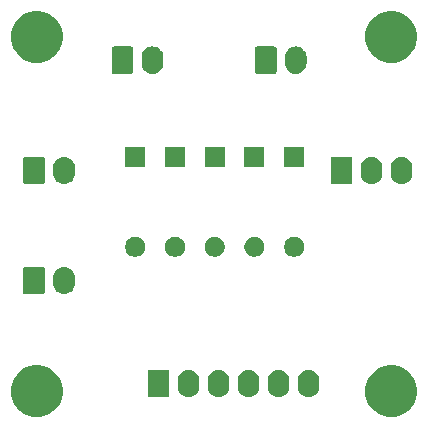
<source format=gbr>
G04 #@! TF.GenerationSoftware,KiCad,Pcbnew,(5.1.5-0-10_14)*
G04 #@! TF.CreationDate,2021-10-24T13:15:44+10:00*
G04 #@! TF.ProjectId,OH - Left Console - Ejection Seat,4f48202d-204c-4656-9674-20436f6e736f,rev?*
G04 #@! TF.SameCoordinates,Original*
G04 #@! TF.FileFunction,Soldermask,Top*
G04 #@! TF.FilePolarity,Negative*
%FSLAX46Y46*%
G04 Gerber Fmt 4.6, Leading zero omitted, Abs format (unit mm)*
G04 Created by KiCad (PCBNEW (5.1.5-0-10_14)) date 2021-10-24 13:15:44*
%MOMM*%
%LPD*%
G04 APERTURE LIST*
%ADD10C,0.100000*%
G04 APERTURE END LIST*
D10*
G36*
X86001507Y-115391582D02*
G01*
X86402063Y-115557498D01*
X86402065Y-115557499D01*
X86762556Y-115798371D01*
X87069129Y-116104944D01*
X87285959Y-116429454D01*
X87310002Y-116465437D01*
X87475918Y-116865993D01*
X87560500Y-117291219D01*
X87560500Y-117724781D01*
X87475918Y-118150007D01*
X87310002Y-118550563D01*
X87310001Y-118550565D01*
X87069129Y-118911056D01*
X86762556Y-119217629D01*
X86402065Y-119458501D01*
X86402064Y-119458502D01*
X86402063Y-119458502D01*
X86001507Y-119624418D01*
X85576281Y-119709000D01*
X85142719Y-119709000D01*
X84717493Y-119624418D01*
X84316937Y-119458502D01*
X84316936Y-119458502D01*
X84316935Y-119458501D01*
X83956444Y-119217629D01*
X83649871Y-118911056D01*
X83408999Y-118550565D01*
X83408998Y-118550563D01*
X83243082Y-118150007D01*
X83158500Y-117724781D01*
X83158500Y-117291219D01*
X83243082Y-116865993D01*
X83408998Y-116465437D01*
X83433041Y-116429454D01*
X83649871Y-116104944D01*
X83956444Y-115798371D01*
X84316935Y-115557499D01*
X84316937Y-115557498D01*
X84717493Y-115391582D01*
X85142719Y-115307000D01*
X85576281Y-115307000D01*
X86001507Y-115391582D01*
G37*
G36*
X56001507Y-115391582D02*
G01*
X56402063Y-115557498D01*
X56402065Y-115557499D01*
X56762556Y-115798371D01*
X57069129Y-116104944D01*
X57285959Y-116429454D01*
X57310002Y-116465437D01*
X57475918Y-116865993D01*
X57560500Y-117291219D01*
X57560500Y-117724781D01*
X57475918Y-118150007D01*
X57310002Y-118550563D01*
X57310001Y-118550565D01*
X57069129Y-118911056D01*
X56762556Y-119217629D01*
X56402065Y-119458501D01*
X56402064Y-119458502D01*
X56402063Y-119458502D01*
X56001507Y-119624418D01*
X55576281Y-119709000D01*
X55142719Y-119709000D01*
X54717493Y-119624418D01*
X54316937Y-119458502D01*
X54316936Y-119458502D01*
X54316935Y-119458501D01*
X53956444Y-119217629D01*
X53649871Y-118911056D01*
X53408999Y-118550565D01*
X53408998Y-118550563D01*
X53243082Y-118150007D01*
X53158500Y-117724781D01*
X53158500Y-117291219D01*
X53243082Y-116865993D01*
X53408998Y-116465437D01*
X53433041Y-116429454D01*
X53649871Y-116104944D01*
X53956444Y-115798371D01*
X54316935Y-115557499D01*
X54316937Y-115557498D01*
X54717493Y-115391582D01*
X55142719Y-115307000D01*
X55576281Y-115307000D01*
X56001507Y-115391582D01*
G37*
G36*
X73459547Y-115702326D02*
G01*
X73633156Y-115754990D01*
X73633158Y-115754991D01*
X73793155Y-115840511D01*
X73933397Y-115955603D01*
X74012729Y-116052271D01*
X74048489Y-116095844D01*
X74134010Y-116255843D01*
X74186674Y-116429452D01*
X74200000Y-116564756D01*
X74200000Y-117115243D01*
X74186674Y-117250548D01*
X74134010Y-117424157D01*
X74048489Y-117584156D01*
X74012729Y-117627729D01*
X73933397Y-117724397D01*
X73836729Y-117803729D01*
X73793156Y-117839489D01*
X73633157Y-117925010D01*
X73459548Y-117977674D01*
X73279000Y-117995456D01*
X73098453Y-117977674D01*
X72924844Y-117925010D01*
X72764845Y-117839489D01*
X72721272Y-117803729D01*
X72624604Y-117724397D01*
X72509513Y-117584157D01*
X72509512Y-117584155D01*
X72423990Y-117424157D01*
X72371326Y-117250548D01*
X72358000Y-117115244D01*
X72358000Y-116564757D01*
X72371326Y-116429453D01*
X72423990Y-116255844D01*
X72509511Y-116095845D01*
X72509512Y-116095844D01*
X72624603Y-115955603D01*
X72750388Y-115852375D01*
X72764844Y-115840511D01*
X72924843Y-115754990D01*
X73098452Y-115702326D01*
X73279000Y-115684544D01*
X73459547Y-115702326D01*
G37*
G36*
X75999547Y-115702326D02*
G01*
X76173156Y-115754990D01*
X76173158Y-115754991D01*
X76333155Y-115840511D01*
X76473397Y-115955603D01*
X76552729Y-116052271D01*
X76588489Y-116095844D01*
X76674010Y-116255843D01*
X76726674Y-116429452D01*
X76740000Y-116564756D01*
X76740000Y-117115243D01*
X76726674Y-117250548D01*
X76674010Y-117424157D01*
X76588489Y-117584156D01*
X76552729Y-117627729D01*
X76473397Y-117724397D01*
X76376729Y-117803729D01*
X76333156Y-117839489D01*
X76173157Y-117925010D01*
X75999548Y-117977674D01*
X75819000Y-117995456D01*
X75638453Y-117977674D01*
X75464844Y-117925010D01*
X75304845Y-117839489D01*
X75261272Y-117803729D01*
X75164604Y-117724397D01*
X75049513Y-117584157D01*
X75049512Y-117584155D01*
X74963990Y-117424157D01*
X74911326Y-117250548D01*
X74898000Y-117115244D01*
X74898000Y-116564757D01*
X74911326Y-116429453D01*
X74963990Y-116255844D01*
X75049511Y-116095845D01*
X75049512Y-116095844D01*
X75164603Y-115955603D01*
X75290388Y-115852375D01*
X75304844Y-115840511D01*
X75464843Y-115754990D01*
X75638452Y-115702326D01*
X75819000Y-115684544D01*
X75999547Y-115702326D01*
G37*
G36*
X78539547Y-115702326D02*
G01*
X78713156Y-115754990D01*
X78713158Y-115754991D01*
X78873155Y-115840511D01*
X79013397Y-115955603D01*
X79092729Y-116052271D01*
X79128489Y-116095844D01*
X79214010Y-116255843D01*
X79266674Y-116429452D01*
X79280000Y-116564756D01*
X79280000Y-117115243D01*
X79266674Y-117250548D01*
X79214010Y-117424157D01*
X79128489Y-117584156D01*
X79092729Y-117627729D01*
X79013397Y-117724397D01*
X78916729Y-117803729D01*
X78873156Y-117839489D01*
X78713157Y-117925010D01*
X78539548Y-117977674D01*
X78359000Y-117995456D01*
X78178453Y-117977674D01*
X78004844Y-117925010D01*
X77844845Y-117839489D01*
X77801272Y-117803729D01*
X77704604Y-117724397D01*
X77589513Y-117584157D01*
X77589512Y-117584155D01*
X77503990Y-117424157D01*
X77451326Y-117250548D01*
X77438000Y-117115244D01*
X77438000Y-116564757D01*
X77451326Y-116429453D01*
X77503990Y-116255844D01*
X77589511Y-116095845D01*
X77589512Y-116095844D01*
X77704603Y-115955603D01*
X77830388Y-115852375D01*
X77844844Y-115840511D01*
X78004843Y-115754990D01*
X78178452Y-115702326D01*
X78359000Y-115684544D01*
X78539547Y-115702326D01*
G37*
G36*
X68379547Y-115702326D02*
G01*
X68553156Y-115754990D01*
X68553158Y-115754991D01*
X68713155Y-115840511D01*
X68853397Y-115955603D01*
X68932729Y-116052271D01*
X68968489Y-116095844D01*
X69054010Y-116255843D01*
X69106674Y-116429452D01*
X69120000Y-116564756D01*
X69120000Y-117115243D01*
X69106674Y-117250548D01*
X69054010Y-117424157D01*
X68968489Y-117584156D01*
X68932729Y-117627729D01*
X68853397Y-117724397D01*
X68756729Y-117803729D01*
X68713156Y-117839489D01*
X68553157Y-117925010D01*
X68379548Y-117977674D01*
X68199000Y-117995456D01*
X68018453Y-117977674D01*
X67844844Y-117925010D01*
X67684845Y-117839489D01*
X67641272Y-117803729D01*
X67544604Y-117724397D01*
X67429513Y-117584157D01*
X67429512Y-117584155D01*
X67343990Y-117424157D01*
X67291326Y-117250548D01*
X67278000Y-117115244D01*
X67278000Y-116564757D01*
X67291326Y-116429453D01*
X67343990Y-116255844D01*
X67429511Y-116095845D01*
X67429512Y-116095844D01*
X67544603Y-115955603D01*
X67670388Y-115852375D01*
X67684844Y-115840511D01*
X67844843Y-115754990D01*
X68018452Y-115702326D01*
X68199000Y-115684544D01*
X68379547Y-115702326D01*
G37*
G36*
X70919547Y-115702326D02*
G01*
X71093156Y-115754990D01*
X71093158Y-115754991D01*
X71253155Y-115840511D01*
X71393397Y-115955603D01*
X71472729Y-116052271D01*
X71508489Y-116095844D01*
X71594010Y-116255843D01*
X71646674Y-116429452D01*
X71660000Y-116564756D01*
X71660000Y-117115243D01*
X71646674Y-117250548D01*
X71594010Y-117424157D01*
X71508489Y-117584156D01*
X71472729Y-117627729D01*
X71393397Y-117724397D01*
X71296729Y-117803729D01*
X71253156Y-117839489D01*
X71093157Y-117925010D01*
X70919548Y-117977674D01*
X70739000Y-117995456D01*
X70558453Y-117977674D01*
X70384844Y-117925010D01*
X70224845Y-117839489D01*
X70181272Y-117803729D01*
X70084604Y-117724397D01*
X69969513Y-117584157D01*
X69969512Y-117584155D01*
X69883990Y-117424157D01*
X69831326Y-117250548D01*
X69818000Y-117115244D01*
X69818000Y-116564757D01*
X69831326Y-116429453D01*
X69883990Y-116255844D01*
X69969511Y-116095845D01*
X69969512Y-116095844D01*
X70084603Y-115955603D01*
X70210388Y-115852375D01*
X70224844Y-115840511D01*
X70384843Y-115754990D01*
X70558452Y-115702326D01*
X70739000Y-115684544D01*
X70919547Y-115702326D01*
G37*
G36*
X66438561Y-115692966D02*
G01*
X66471383Y-115702923D01*
X66501632Y-115719092D01*
X66528148Y-115740852D01*
X66549908Y-115767368D01*
X66566077Y-115797617D01*
X66576034Y-115830439D01*
X66580000Y-115870713D01*
X66580000Y-117809287D01*
X66576034Y-117849561D01*
X66566077Y-117882383D01*
X66549908Y-117912632D01*
X66528148Y-117939148D01*
X66501632Y-117960908D01*
X66471383Y-117977077D01*
X66438561Y-117987034D01*
X66398287Y-117991000D01*
X64919713Y-117991000D01*
X64879439Y-117987034D01*
X64846617Y-117977077D01*
X64816368Y-117960908D01*
X64789852Y-117939148D01*
X64768092Y-117912632D01*
X64751923Y-117882383D01*
X64741966Y-117849561D01*
X64738000Y-117809287D01*
X64738000Y-115870713D01*
X64741966Y-115830439D01*
X64751923Y-115797617D01*
X64768092Y-115767368D01*
X64789852Y-115740852D01*
X64816368Y-115719092D01*
X64846617Y-115702923D01*
X64879439Y-115692966D01*
X64919713Y-115689000D01*
X66398287Y-115689000D01*
X66438561Y-115692966D01*
G37*
G36*
X57838547Y-107002326D02*
G01*
X58012156Y-107054990D01*
X58012158Y-107054991D01*
X58172155Y-107140511D01*
X58312397Y-107255603D01*
X58391729Y-107352271D01*
X58427489Y-107395844D01*
X58513010Y-107555843D01*
X58565674Y-107729452D01*
X58579000Y-107864756D01*
X58579000Y-108415243D01*
X58565674Y-108550548D01*
X58513010Y-108724157D01*
X58427489Y-108884156D01*
X58391729Y-108927729D01*
X58312397Y-109024397D01*
X58215729Y-109103729D01*
X58172156Y-109139489D01*
X58012157Y-109225010D01*
X57838548Y-109277674D01*
X57658000Y-109295456D01*
X57477453Y-109277674D01*
X57303844Y-109225010D01*
X57143845Y-109139489D01*
X57100272Y-109103729D01*
X57003604Y-109024397D01*
X56888513Y-108884157D01*
X56888512Y-108884155D01*
X56802990Y-108724157D01*
X56750326Y-108550548D01*
X56737000Y-108415244D01*
X56737000Y-107864757D01*
X56750326Y-107729453D01*
X56802990Y-107555844D01*
X56888511Y-107395845D01*
X56888512Y-107395844D01*
X57003603Y-107255603D01*
X57129388Y-107152375D01*
X57143844Y-107140511D01*
X57303843Y-107054990D01*
X57477452Y-107002326D01*
X57658000Y-106984544D01*
X57838547Y-107002326D01*
G37*
G36*
X55897561Y-106992966D02*
G01*
X55930383Y-107002923D01*
X55960632Y-107019092D01*
X55987148Y-107040852D01*
X56008908Y-107067368D01*
X56025077Y-107097617D01*
X56035034Y-107130439D01*
X56039000Y-107170713D01*
X56039000Y-109109287D01*
X56035034Y-109149561D01*
X56025077Y-109182383D01*
X56008908Y-109212632D01*
X55987148Y-109239148D01*
X55960632Y-109260908D01*
X55930383Y-109277077D01*
X55897561Y-109287034D01*
X55857287Y-109291000D01*
X54378713Y-109291000D01*
X54338439Y-109287034D01*
X54305617Y-109277077D01*
X54275368Y-109260908D01*
X54248852Y-109239148D01*
X54227092Y-109212632D01*
X54210923Y-109182383D01*
X54200966Y-109149561D01*
X54197000Y-109109287D01*
X54197000Y-107170713D01*
X54200966Y-107130439D01*
X54210923Y-107097617D01*
X54227092Y-107067368D01*
X54248852Y-107040852D01*
X54275368Y-107019092D01*
X54305617Y-107002923D01*
X54338439Y-106992966D01*
X54378713Y-106989000D01*
X55857287Y-106989000D01*
X55897561Y-106992966D01*
G37*
G36*
X63938728Y-104464703D02*
G01*
X64093600Y-104528853D01*
X64232981Y-104621985D01*
X64351515Y-104740519D01*
X64444647Y-104879900D01*
X64508797Y-105034772D01*
X64541500Y-105199184D01*
X64541500Y-105366816D01*
X64508797Y-105531228D01*
X64444647Y-105686100D01*
X64351515Y-105825481D01*
X64232981Y-105944015D01*
X64093600Y-106037147D01*
X63938728Y-106101297D01*
X63774316Y-106134000D01*
X63606684Y-106134000D01*
X63442272Y-106101297D01*
X63287400Y-106037147D01*
X63148019Y-105944015D01*
X63029485Y-105825481D01*
X62936353Y-105686100D01*
X62872203Y-105531228D01*
X62839500Y-105366816D01*
X62839500Y-105199184D01*
X62872203Y-105034772D01*
X62936353Y-104879900D01*
X63029485Y-104740519D01*
X63148019Y-104621985D01*
X63287400Y-104528853D01*
X63442272Y-104464703D01*
X63606684Y-104432000D01*
X63774316Y-104432000D01*
X63938728Y-104464703D01*
G37*
G36*
X77400728Y-104464703D02*
G01*
X77555600Y-104528853D01*
X77694981Y-104621985D01*
X77813515Y-104740519D01*
X77906647Y-104879900D01*
X77970797Y-105034772D01*
X78003500Y-105199184D01*
X78003500Y-105366816D01*
X77970797Y-105531228D01*
X77906647Y-105686100D01*
X77813515Y-105825481D01*
X77694981Y-105944015D01*
X77555600Y-106037147D01*
X77400728Y-106101297D01*
X77236316Y-106134000D01*
X77068684Y-106134000D01*
X76904272Y-106101297D01*
X76749400Y-106037147D01*
X76610019Y-105944015D01*
X76491485Y-105825481D01*
X76398353Y-105686100D01*
X76334203Y-105531228D01*
X76301500Y-105366816D01*
X76301500Y-105199184D01*
X76334203Y-105034772D01*
X76398353Y-104879900D01*
X76491485Y-104740519D01*
X76610019Y-104621985D01*
X76749400Y-104528853D01*
X76904272Y-104464703D01*
X77068684Y-104432000D01*
X77236316Y-104432000D01*
X77400728Y-104464703D01*
G37*
G36*
X70669728Y-104464703D02*
G01*
X70824600Y-104528853D01*
X70963981Y-104621985D01*
X71082515Y-104740519D01*
X71175647Y-104879900D01*
X71239797Y-105034772D01*
X71272500Y-105199184D01*
X71272500Y-105366816D01*
X71239797Y-105531228D01*
X71175647Y-105686100D01*
X71082515Y-105825481D01*
X70963981Y-105944015D01*
X70824600Y-106037147D01*
X70669728Y-106101297D01*
X70505316Y-106134000D01*
X70337684Y-106134000D01*
X70173272Y-106101297D01*
X70018400Y-106037147D01*
X69879019Y-105944015D01*
X69760485Y-105825481D01*
X69667353Y-105686100D01*
X69603203Y-105531228D01*
X69570500Y-105366816D01*
X69570500Y-105199184D01*
X69603203Y-105034772D01*
X69667353Y-104879900D01*
X69760485Y-104740519D01*
X69879019Y-104621985D01*
X70018400Y-104528853D01*
X70173272Y-104464703D01*
X70337684Y-104432000D01*
X70505316Y-104432000D01*
X70669728Y-104464703D01*
G37*
G36*
X67304228Y-104464703D02*
G01*
X67459100Y-104528853D01*
X67598481Y-104621985D01*
X67717015Y-104740519D01*
X67810147Y-104879900D01*
X67874297Y-105034772D01*
X67907000Y-105199184D01*
X67907000Y-105366816D01*
X67874297Y-105531228D01*
X67810147Y-105686100D01*
X67717015Y-105825481D01*
X67598481Y-105944015D01*
X67459100Y-106037147D01*
X67304228Y-106101297D01*
X67139816Y-106134000D01*
X66972184Y-106134000D01*
X66807772Y-106101297D01*
X66652900Y-106037147D01*
X66513519Y-105944015D01*
X66394985Y-105825481D01*
X66301853Y-105686100D01*
X66237703Y-105531228D01*
X66205000Y-105366816D01*
X66205000Y-105199184D01*
X66237703Y-105034772D01*
X66301853Y-104879900D01*
X66394985Y-104740519D01*
X66513519Y-104621985D01*
X66652900Y-104528853D01*
X66807772Y-104464703D01*
X66972184Y-104432000D01*
X67139816Y-104432000D01*
X67304228Y-104464703D01*
G37*
G36*
X74035228Y-104464703D02*
G01*
X74190100Y-104528853D01*
X74329481Y-104621985D01*
X74448015Y-104740519D01*
X74541147Y-104879900D01*
X74605297Y-105034772D01*
X74638000Y-105199184D01*
X74638000Y-105366816D01*
X74605297Y-105531228D01*
X74541147Y-105686100D01*
X74448015Y-105825481D01*
X74329481Y-105944015D01*
X74190100Y-106037147D01*
X74035228Y-106101297D01*
X73870816Y-106134000D01*
X73703184Y-106134000D01*
X73538772Y-106101297D01*
X73383900Y-106037147D01*
X73244519Y-105944015D01*
X73125985Y-105825481D01*
X73032853Y-105686100D01*
X72968703Y-105531228D01*
X72936000Y-105366816D01*
X72936000Y-105199184D01*
X72968703Y-105034772D01*
X73032853Y-104879900D01*
X73125985Y-104740519D01*
X73244519Y-104621985D01*
X73383900Y-104528853D01*
X73538772Y-104464703D01*
X73703184Y-104432000D01*
X73870816Y-104432000D01*
X74035228Y-104464703D01*
G37*
G36*
X57838547Y-97668326D02*
G01*
X58012156Y-97720990D01*
X58012158Y-97720991D01*
X58172155Y-97806511D01*
X58312397Y-97921603D01*
X58391729Y-98018271D01*
X58427489Y-98061844D01*
X58513010Y-98221843D01*
X58565674Y-98395452D01*
X58579000Y-98530756D01*
X58579000Y-99081243D01*
X58565674Y-99216548D01*
X58513010Y-99390157D01*
X58427489Y-99550156D01*
X58391729Y-99593729D01*
X58312397Y-99690397D01*
X58215729Y-99769729D01*
X58172156Y-99805489D01*
X58012157Y-99891010D01*
X57838548Y-99943674D01*
X57658000Y-99961456D01*
X57477453Y-99943674D01*
X57303844Y-99891010D01*
X57143845Y-99805489D01*
X57100272Y-99769729D01*
X57003604Y-99690397D01*
X56888513Y-99550157D01*
X56888512Y-99550155D01*
X56802990Y-99390157D01*
X56750326Y-99216548D01*
X56737000Y-99081244D01*
X56737000Y-98530757D01*
X56750326Y-98395453D01*
X56802990Y-98221844D01*
X56888511Y-98061845D01*
X56888512Y-98061844D01*
X57003603Y-97921603D01*
X57129388Y-97818375D01*
X57143844Y-97806511D01*
X57303843Y-97720990D01*
X57477452Y-97668326D01*
X57658000Y-97650544D01*
X57838547Y-97668326D01*
G37*
G36*
X83873547Y-97668326D02*
G01*
X84047156Y-97720990D01*
X84047158Y-97720991D01*
X84207155Y-97806511D01*
X84347397Y-97921603D01*
X84426729Y-98018271D01*
X84462489Y-98061844D01*
X84548010Y-98221843D01*
X84600674Y-98395452D01*
X84614000Y-98530756D01*
X84614000Y-99081243D01*
X84600674Y-99216548D01*
X84548010Y-99390157D01*
X84462489Y-99550156D01*
X84426729Y-99593729D01*
X84347397Y-99690397D01*
X84250729Y-99769729D01*
X84207156Y-99805489D01*
X84047157Y-99891010D01*
X83873548Y-99943674D01*
X83693000Y-99961456D01*
X83512453Y-99943674D01*
X83338844Y-99891010D01*
X83178845Y-99805489D01*
X83135272Y-99769729D01*
X83038604Y-99690397D01*
X82923513Y-99550157D01*
X82923512Y-99550155D01*
X82837990Y-99390157D01*
X82785326Y-99216548D01*
X82772000Y-99081244D01*
X82772000Y-98530757D01*
X82785326Y-98395453D01*
X82837990Y-98221844D01*
X82923511Y-98061845D01*
X82923512Y-98061844D01*
X83038603Y-97921603D01*
X83164388Y-97818375D01*
X83178844Y-97806511D01*
X83338843Y-97720990D01*
X83512452Y-97668326D01*
X83693000Y-97650544D01*
X83873547Y-97668326D01*
G37*
G36*
X86413547Y-97668326D02*
G01*
X86587156Y-97720990D01*
X86587158Y-97720991D01*
X86747155Y-97806511D01*
X86887397Y-97921603D01*
X86966729Y-98018271D01*
X87002489Y-98061844D01*
X87088010Y-98221843D01*
X87140674Y-98395452D01*
X87154000Y-98530756D01*
X87154000Y-99081243D01*
X87140674Y-99216548D01*
X87088010Y-99390157D01*
X87002489Y-99550156D01*
X86966729Y-99593729D01*
X86887397Y-99690397D01*
X86790729Y-99769729D01*
X86747156Y-99805489D01*
X86587157Y-99891010D01*
X86413548Y-99943674D01*
X86233000Y-99961456D01*
X86052453Y-99943674D01*
X85878844Y-99891010D01*
X85718845Y-99805489D01*
X85675272Y-99769729D01*
X85578604Y-99690397D01*
X85463513Y-99550157D01*
X85463512Y-99550155D01*
X85377990Y-99390157D01*
X85325326Y-99216548D01*
X85312000Y-99081244D01*
X85312000Y-98530757D01*
X85325326Y-98395453D01*
X85377990Y-98221844D01*
X85463511Y-98061845D01*
X85463512Y-98061844D01*
X85578603Y-97921603D01*
X85704388Y-97818375D01*
X85718844Y-97806511D01*
X85878843Y-97720990D01*
X86052452Y-97668326D01*
X86233000Y-97650544D01*
X86413547Y-97668326D01*
G37*
G36*
X81932561Y-97658966D02*
G01*
X81965383Y-97668923D01*
X81995632Y-97685092D01*
X82022148Y-97706852D01*
X82043908Y-97733368D01*
X82060077Y-97763617D01*
X82070034Y-97796439D01*
X82074000Y-97836713D01*
X82074000Y-99775287D01*
X82070034Y-99815561D01*
X82060077Y-99848383D01*
X82043908Y-99878632D01*
X82022148Y-99905148D01*
X81995632Y-99926908D01*
X81965383Y-99943077D01*
X81932561Y-99953034D01*
X81892287Y-99957000D01*
X80413713Y-99957000D01*
X80373439Y-99953034D01*
X80340617Y-99943077D01*
X80310368Y-99926908D01*
X80283852Y-99905148D01*
X80262092Y-99878632D01*
X80245923Y-99848383D01*
X80235966Y-99815561D01*
X80232000Y-99775287D01*
X80232000Y-97836713D01*
X80235966Y-97796439D01*
X80245923Y-97763617D01*
X80262092Y-97733368D01*
X80283852Y-97706852D01*
X80310368Y-97685092D01*
X80340617Y-97668923D01*
X80373439Y-97658966D01*
X80413713Y-97655000D01*
X81892287Y-97655000D01*
X81932561Y-97658966D01*
G37*
G36*
X55897561Y-97658966D02*
G01*
X55930383Y-97668923D01*
X55960632Y-97685092D01*
X55987148Y-97706852D01*
X56008908Y-97733368D01*
X56025077Y-97763617D01*
X56035034Y-97796439D01*
X56039000Y-97836713D01*
X56039000Y-99775287D01*
X56035034Y-99815561D01*
X56025077Y-99848383D01*
X56008908Y-99878632D01*
X55987148Y-99905148D01*
X55960632Y-99926908D01*
X55930383Y-99943077D01*
X55897561Y-99953034D01*
X55857287Y-99957000D01*
X54378713Y-99957000D01*
X54338439Y-99953034D01*
X54305617Y-99943077D01*
X54275368Y-99926908D01*
X54248852Y-99905148D01*
X54227092Y-99878632D01*
X54210923Y-99848383D01*
X54200966Y-99815561D01*
X54197000Y-99775287D01*
X54197000Y-97836713D01*
X54200966Y-97796439D01*
X54210923Y-97763617D01*
X54227092Y-97733368D01*
X54248852Y-97706852D01*
X54275368Y-97685092D01*
X54305617Y-97668923D01*
X54338439Y-97658966D01*
X54378713Y-97655000D01*
X55857287Y-97655000D01*
X55897561Y-97658966D01*
G37*
G36*
X64541500Y-98514000D02*
G01*
X62839500Y-98514000D01*
X62839500Y-96812000D01*
X64541500Y-96812000D01*
X64541500Y-98514000D01*
G37*
G36*
X74638000Y-98514000D02*
G01*
X72936000Y-98514000D01*
X72936000Y-96812000D01*
X74638000Y-96812000D01*
X74638000Y-98514000D01*
G37*
G36*
X67907000Y-98514000D02*
G01*
X66205000Y-98514000D01*
X66205000Y-96812000D01*
X67907000Y-96812000D01*
X67907000Y-98514000D01*
G37*
G36*
X71272500Y-98514000D02*
G01*
X69570500Y-98514000D01*
X69570500Y-96812000D01*
X71272500Y-96812000D01*
X71272500Y-98514000D01*
G37*
G36*
X78003500Y-98514000D02*
G01*
X76301500Y-98514000D01*
X76301500Y-96812000D01*
X78003500Y-96812000D01*
X78003500Y-98514000D01*
G37*
G36*
X65331547Y-88333826D02*
G01*
X65505156Y-88386490D01*
X65505158Y-88386491D01*
X65665155Y-88472011D01*
X65805397Y-88587103D01*
X65884729Y-88683771D01*
X65920489Y-88727344D01*
X66006010Y-88887343D01*
X66058674Y-89060952D01*
X66072000Y-89196256D01*
X66072000Y-89746743D01*
X66058674Y-89882048D01*
X66006010Y-90055657D01*
X65920489Y-90215656D01*
X65884729Y-90259229D01*
X65805397Y-90355897D01*
X65708729Y-90435229D01*
X65665156Y-90470989D01*
X65505157Y-90556510D01*
X65331548Y-90609174D01*
X65151000Y-90626956D01*
X64970453Y-90609174D01*
X64796844Y-90556510D01*
X64636845Y-90470989D01*
X64593272Y-90435229D01*
X64496604Y-90355897D01*
X64381513Y-90215657D01*
X64381512Y-90215655D01*
X64295990Y-90055657D01*
X64243326Y-89882048D01*
X64230000Y-89746744D01*
X64230000Y-89196257D01*
X64243326Y-89060953D01*
X64295990Y-88887344D01*
X64381511Y-88727345D01*
X64381512Y-88727344D01*
X64496603Y-88587103D01*
X64622388Y-88483875D01*
X64636844Y-88472011D01*
X64796843Y-88386490D01*
X64970452Y-88333826D01*
X65151000Y-88316044D01*
X65331547Y-88333826D01*
G37*
G36*
X77460047Y-88333826D02*
G01*
X77633656Y-88386490D01*
X77633658Y-88386491D01*
X77793655Y-88472011D01*
X77933897Y-88587103D01*
X78013229Y-88683771D01*
X78048989Y-88727344D01*
X78134510Y-88887343D01*
X78187174Y-89060952D01*
X78200500Y-89196256D01*
X78200500Y-89746743D01*
X78187174Y-89882048D01*
X78134510Y-90055657D01*
X78048989Y-90215656D01*
X78013229Y-90259229D01*
X77933897Y-90355897D01*
X77837229Y-90435229D01*
X77793656Y-90470989D01*
X77633657Y-90556510D01*
X77460048Y-90609174D01*
X77279500Y-90626956D01*
X77098953Y-90609174D01*
X76925344Y-90556510D01*
X76765345Y-90470989D01*
X76721772Y-90435229D01*
X76625104Y-90355897D01*
X76510013Y-90215657D01*
X76510012Y-90215655D01*
X76424490Y-90055657D01*
X76371826Y-89882048D01*
X76358500Y-89746744D01*
X76358500Y-89196257D01*
X76371826Y-89060953D01*
X76424490Y-88887344D01*
X76510011Y-88727345D01*
X76510012Y-88727344D01*
X76625103Y-88587103D01*
X76750888Y-88483875D01*
X76765344Y-88472011D01*
X76925343Y-88386490D01*
X77098952Y-88333826D01*
X77279500Y-88316044D01*
X77460047Y-88333826D01*
G37*
G36*
X75519061Y-88324466D02*
G01*
X75551883Y-88334423D01*
X75582132Y-88350592D01*
X75608648Y-88372352D01*
X75630408Y-88398868D01*
X75646577Y-88429117D01*
X75656534Y-88461939D01*
X75660500Y-88502213D01*
X75660500Y-90440787D01*
X75656534Y-90481061D01*
X75646577Y-90513883D01*
X75630408Y-90544132D01*
X75608648Y-90570648D01*
X75582132Y-90592408D01*
X75551883Y-90608577D01*
X75519061Y-90618534D01*
X75478787Y-90622500D01*
X74000213Y-90622500D01*
X73959939Y-90618534D01*
X73927117Y-90608577D01*
X73896868Y-90592408D01*
X73870352Y-90570648D01*
X73848592Y-90544132D01*
X73832423Y-90513883D01*
X73822466Y-90481061D01*
X73818500Y-90440787D01*
X73818500Y-88502213D01*
X73822466Y-88461939D01*
X73832423Y-88429117D01*
X73848592Y-88398868D01*
X73870352Y-88372352D01*
X73896868Y-88350592D01*
X73927117Y-88334423D01*
X73959939Y-88324466D01*
X74000213Y-88320500D01*
X75478787Y-88320500D01*
X75519061Y-88324466D01*
G37*
G36*
X63390561Y-88324466D02*
G01*
X63423383Y-88334423D01*
X63453632Y-88350592D01*
X63480148Y-88372352D01*
X63501908Y-88398868D01*
X63518077Y-88429117D01*
X63528034Y-88461939D01*
X63532000Y-88502213D01*
X63532000Y-90440787D01*
X63528034Y-90481061D01*
X63518077Y-90513883D01*
X63501908Y-90544132D01*
X63480148Y-90570648D01*
X63453632Y-90592408D01*
X63423383Y-90608577D01*
X63390561Y-90618534D01*
X63350287Y-90622500D01*
X61871713Y-90622500D01*
X61831439Y-90618534D01*
X61798617Y-90608577D01*
X61768368Y-90592408D01*
X61741852Y-90570648D01*
X61720092Y-90544132D01*
X61703923Y-90513883D01*
X61693966Y-90481061D01*
X61690000Y-90440787D01*
X61690000Y-88502213D01*
X61693966Y-88461939D01*
X61703923Y-88429117D01*
X61720092Y-88398868D01*
X61741852Y-88372352D01*
X61768368Y-88350592D01*
X61798617Y-88334423D01*
X61831439Y-88324466D01*
X61871713Y-88320500D01*
X63350287Y-88320500D01*
X63390561Y-88324466D01*
G37*
G36*
X56001507Y-85392082D02*
G01*
X56402063Y-85557998D01*
X56402065Y-85557999D01*
X56762556Y-85798871D01*
X57069129Y-86105444D01*
X57310001Y-86465935D01*
X57310002Y-86465937D01*
X57475918Y-86866493D01*
X57560500Y-87291719D01*
X57560500Y-87725281D01*
X57475918Y-88150507D01*
X57346918Y-88461939D01*
X57310001Y-88551065D01*
X57069129Y-88911556D01*
X56762556Y-89218129D01*
X56402065Y-89459001D01*
X56402064Y-89459002D01*
X56402063Y-89459002D01*
X56001507Y-89624918D01*
X55576281Y-89709500D01*
X55142719Y-89709500D01*
X54717493Y-89624918D01*
X54316937Y-89459002D01*
X54316936Y-89459002D01*
X54316935Y-89459001D01*
X53956444Y-89218129D01*
X53649871Y-88911556D01*
X53408999Y-88551065D01*
X53372082Y-88461939D01*
X53243082Y-88150507D01*
X53158500Y-87725281D01*
X53158500Y-87291719D01*
X53243082Y-86866493D01*
X53408998Y-86465937D01*
X53408999Y-86465935D01*
X53649871Y-86105444D01*
X53956444Y-85798871D01*
X54316935Y-85557999D01*
X54316937Y-85557998D01*
X54717493Y-85392082D01*
X55142719Y-85307500D01*
X55576281Y-85307500D01*
X56001507Y-85392082D01*
G37*
G36*
X86001507Y-85392082D02*
G01*
X86402063Y-85557998D01*
X86402065Y-85557999D01*
X86762556Y-85798871D01*
X87069129Y-86105444D01*
X87310001Y-86465935D01*
X87310002Y-86465937D01*
X87475918Y-86866493D01*
X87560500Y-87291719D01*
X87560500Y-87725281D01*
X87475918Y-88150507D01*
X87346918Y-88461939D01*
X87310001Y-88551065D01*
X87069129Y-88911556D01*
X86762556Y-89218129D01*
X86402065Y-89459001D01*
X86402064Y-89459002D01*
X86402063Y-89459002D01*
X86001507Y-89624918D01*
X85576281Y-89709500D01*
X85142719Y-89709500D01*
X84717493Y-89624918D01*
X84316937Y-89459002D01*
X84316936Y-89459002D01*
X84316935Y-89459001D01*
X83956444Y-89218129D01*
X83649871Y-88911556D01*
X83408999Y-88551065D01*
X83372082Y-88461939D01*
X83243082Y-88150507D01*
X83158500Y-87725281D01*
X83158500Y-87291719D01*
X83243082Y-86866493D01*
X83408998Y-86465937D01*
X83408999Y-86465935D01*
X83649871Y-86105444D01*
X83956444Y-85798871D01*
X84316935Y-85557999D01*
X84316937Y-85557998D01*
X84717493Y-85392082D01*
X85142719Y-85307500D01*
X85576281Y-85307500D01*
X86001507Y-85392082D01*
G37*
M02*

</source>
